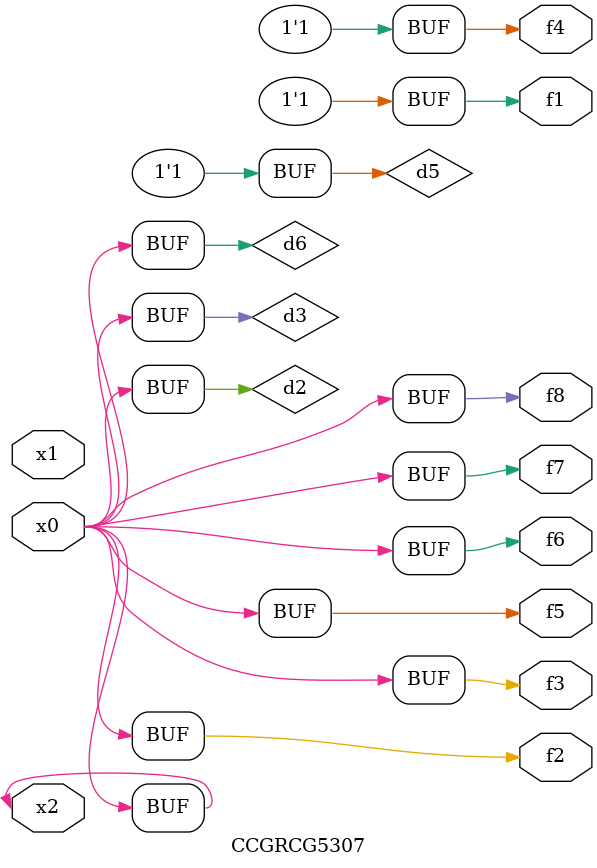
<source format=v>
module CCGRCG5307(
	input x0, x1, x2,
	output f1, f2, f3, f4, f5, f6, f7, f8
);

	wire d1, d2, d3, d4, d5, d6;

	xnor (d1, x2);
	buf (d2, x0, x2);
	and (d3, x0);
	xnor (d4, x1, x2);
	nand (d5, d1, d3);
	buf (d6, d2, d3);
	assign f1 = d5;
	assign f2 = d6;
	assign f3 = d6;
	assign f4 = d5;
	assign f5 = d6;
	assign f6 = d6;
	assign f7 = d6;
	assign f8 = d6;
endmodule

</source>
